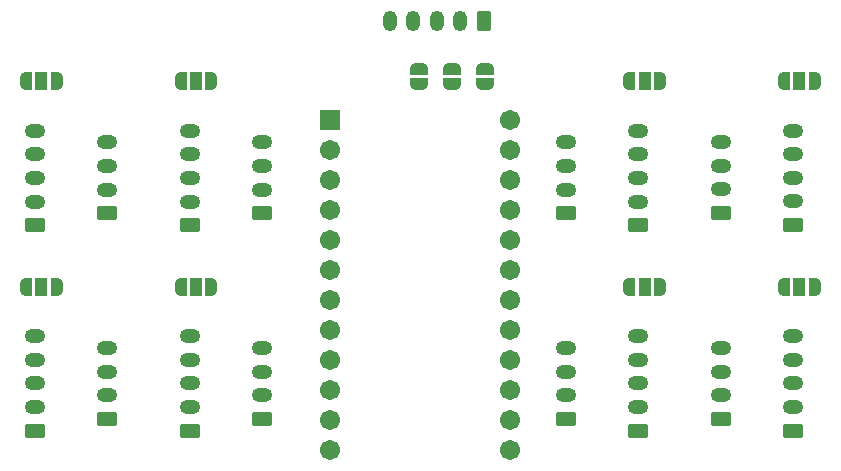
<source format=gbr>
%TF.GenerationSoftware,KiCad,Pcbnew,8.0.5*%
%TF.CreationDate,2025-12-23T13:38:43+05:30*%
%TF.ProjectId,I2C_MUX,4932435f-4d55-4582-9e6b-696361645f70,rev?*%
%TF.SameCoordinates,Original*%
%TF.FileFunction,Soldermask,Top*%
%TF.FilePolarity,Negative*%
%FSLAX46Y46*%
G04 Gerber Fmt 4.6, Leading zero omitted, Abs format (unit mm)*
G04 Created by KiCad (PCBNEW 8.0.5) date 2025-12-23 13:38:43*
%MOMM*%
%LPD*%
G01*
G04 APERTURE LIST*
G04 Aperture macros list*
%AMRoundRect*
0 Rectangle with rounded corners*
0 $1 Rounding radius*
0 $2 $3 $4 $5 $6 $7 $8 $9 X,Y pos of 4 corners*
0 Add a 4 corners polygon primitive as box body*
4,1,4,$2,$3,$4,$5,$6,$7,$8,$9,$2,$3,0*
0 Add four circle primitives for the rounded corners*
1,1,$1+$1,$2,$3*
1,1,$1+$1,$4,$5*
1,1,$1+$1,$6,$7*
1,1,$1+$1,$8,$9*
0 Add four rect primitives between the rounded corners*
20,1,$1+$1,$2,$3,$4,$5,0*
20,1,$1+$1,$4,$5,$6,$7,0*
20,1,$1+$1,$6,$7,$8,$9,0*
20,1,$1+$1,$8,$9,$2,$3,0*%
%AMFreePoly0*
4,1,19,0.550000,-0.750000,0.000000,-0.750000,0.000000,-0.744911,-0.071157,-0.744911,-0.207708,-0.704816,-0.327430,-0.627875,-0.420627,-0.520320,-0.479746,-0.390866,-0.500000,-0.250000,-0.500000,0.250000,-0.479746,0.390866,-0.420627,0.520320,-0.327430,0.627875,-0.207708,0.704816,-0.071157,0.744911,0.000000,0.744911,0.000000,0.750000,0.550000,0.750000,0.550000,-0.750000,0.550000,-0.750000,
$1*%
%AMFreePoly1*
4,1,19,0.000000,0.744911,0.071157,0.744911,0.207708,0.704816,0.327430,0.627875,0.420627,0.520320,0.479746,0.390866,0.500000,0.250000,0.500000,-0.250000,0.479746,-0.390866,0.420627,-0.520320,0.327430,-0.627875,0.207708,-0.704816,0.071157,-0.744911,0.000000,-0.744911,0.000000,-0.750000,-0.550000,-0.750000,-0.550000,0.750000,0.000000,0.750000,0.000000,0.744911,0.000000,0.744911,
$1*%
%AMFreePoly2*
4,1,19,0.500000,-0.750000,0.000000,-0.750000,0.000000,-0.744911,-0.071157,-0.744911,-0.207708,-0.704816,-0.327430,-0.627875,-0.420627,-0.520320,-0.479746,-0.390866,-0.500000,-0.250000,-0.500000,0.250000,-0.479746,0.390866,-0.420627,0.520320,-0.327430,0.627875,-0.207708,0.704816,-0.071157,0.744911,0.000000,0.744911,0.000000,0.750000,0.500000,0.750000,0.500000,-0.750000,0.500000,-0.750000,
$1*%
%AMFreePoly3*
4,1,19,0.000000,0.744911,0.071157,0.744911,0.207708,0.704816,0.327430,0.627875,0.420627,0.520320,0.479746,0.390866,0.500000,0.250000,0.500000,-0.250000,0.479746,-0.390866,0.420627,-0.520320,0.327430,-0.627875,0.207708,-0.704816,0.071157,-0.744911,0.000000,-0.744911,0.000000,-0.750000,-0.500000,-0.750000,-0.500000,0.750000,0.000000,0.750000,0.000000,0.744911,0.000000,0.744911,
$1*%
G04 Aperture macros list end*
%ADD10FreePoly0,0.000000*%
%ADD11R,1.000000X1.500000*%
%ADD12FreePoly1,0.000000*%
%ADD13RoundRect,0.250000X0.350000X0.625000X-0.350000X0.625000X-0.350000X-0.625000X0.350000X-0.625000X0*%
%ADD14O,1.200000X1.750000*%
%ADD15RoundRect,0.250000X0.625000X-0.350000X0.625000X0.350000X-0.625000X0.350000X-0.625000X-0.350000X0*%
%ADD16O,1.750000X1.200000*%
%ADD17FreePoly2,270.000000*%
%ADD18FreePoly3,270.000000*%
%ADD19RoundRect,0.102000X-0.754000X-0.754000X0.754000X-0.754000X0.754000X0.754000X-0.754000X0.754000X0*%
%ADD20C,1.712000*%
G04 APERTURE END LIST*
D10*
%TO.C,DIR2*%
X109880000Y-67449500D03*
D11*
X111180000Y-67449500D03*
D12*
X112480000Y-67449500D03*
%TD*%
D13*
%TO.C,J1*%
X148670000Y-62390000D03*
D14*
X146670000Y-62390000D03*
X144670000Y-62390000D03*
X142670000Y-62390000D03*
X140670000Y-62390000D03*
%TD*%
D15*
%TO.C,EN3*%
X110630000Y-97050000D03*
D16*
X110630000Y-95050000D03*
X110630000Y-93050000D03*
X110630000Y-91050000D03*
X110630000Y-89050000D03*
%TD*%
D15*
%TO.C,IMU2*%
X116730000Y-78650000D03*
D16*
X116730000Y-76650000D03*
X116730000Y-74650000D03*
X116730000Y-72650000D03*
%TD*%
D10*
%TO.C,DIR7*%
X174070000Y-67449500D03*
D11*
X175370000Y-67449500D03*
D12*
X176670000Y-67449500D03*
%TD*%
D15*
%TO.C,IMU5*%
X168720000Y-96050000D03*
D16*
X168720000Y-94050000D03*
X168720000Y-92050000D03*
X168720000Y-90050000D03*
%TD*%
D10*
%TO.C,DIR4*%
X122980000Y-84849500D03*
D11*
X124280000Y-84849500D03*
D12*
X125580000Y-84849500D03*
%TD*%
D10*
%TO.C,DIR8*%
X160970000Y-67449500D03*
D11*
X162270000Y-67449500D03*
D12*
X163570000Y-67449500D03*
%TD*%
D10*
%TO.C,DIR6*%
X160970000Y-84849500D03*
D11*
X162270000Y-84849500D03*
D12*
X163570000Y-84849500D03*
%TD*%
D15*
%TO.C,EN7*%
X174820000Y-79640000D03*
D16*
X174820000Y-77640000D03*
X174820000Y-75640000D03*
X174820000Y-73640000D03*
X174820000Y-71640000D03*
%TD*%
D15*
%TO.C,IMU3*%
X116730000Y-96050000D03*
D16*
X116730000Y-94050000D03*
X116730000Y-92050000D03*
X116730000Y-90050000D03*
%TD*%
D15*
%TO.C,EN8*%
X161720000Y-79650000D03*
D16*
X161720000Y-77650000D03*
X161720000Y-75650000D03*
X161720000Y-73650000D03*
X161720000Y-71650000D03*
%TD*%
D17*
%TO.C,A1*%
X145940000Y-66410000D03*
D18*
X145940000Y-67710000D03*
%TD*%
D15*
%TO.C,EN4*%
X123730000Y-97050000D03*
D16*
X123730000Y-95050000D03*
X123730000Y-93050000D03*
X123730000Y-91050000D03*
X123730000Y-89050000D03*
%TD*%
D15*
%TO.C,IMU7*%
X168720000Y-78630000D03*
D16*
X168720000Y-76630000D03*
X168720000Y-74630000D03*
X168720000Y-72630000D03*
%TD*%
D10*
%TO.C,DIR1*%
X122980000Y-67449500D03*
D11*
X124280000Y-67449500D03*
D12*
X125580000Y-67449500D03*
%TD*%
D15*
%TO.C,IMU6*%
X155620000Y-96050000D03*
D16*
X155620000Y-94050000D03*
X155620000Y-92050000D03*
X155620000Y-90050000D03*
%TD*%
D17*
%TO.C,A0*%
X143140000Y-66410000D03*
D18*
X143140000Y-67710000D03*
%TD*%
D10*
%TO.C,DIR3*%
X109880000Y-84849500D03*
D11*
X111180000Y-84849500D03*
D12*
X112480000Y-84849500D03*
%TD*%
D15*
%TO.C,EN6*%
X161720000Y-97050000D03*
D16*
X161720000Y-95050000D03*
X161720000Y-93050000D03*
X161720000Y-91050000D03*
X161720000Y-89050000D03*
%TD*%
D15*
%TO.C,IMU8*%
X155620000Y-78650000D03*
D16*
X155620000Y-76650000D03*
X155620000Y-74650000D03*
X155620000Y-72650000D03*
%TD*%
D19*
%TO.C,U1*%
X135660000Y-70720000D03*
D20*
X135660000Y-73260000D03*
X135660000Y-75800000D03*
X135660000Y-78340000D03*
X135660000Y-80880000D03*
X135660000Y-83420000D03*
X135660000Y-85960000D03*
X135660000Y-88500000D03*
X135660000Y-91040000D03*
X135660000Y-93580000D03*
X135660000Y-96120000D03*
X135660000Y-98660000D03*
X150900000Y-98660000D03*
X150900000Y-96120000D03*
X150900000Y-93580000D03*
X150900000Y-91040000D03*
X150900000Y-88500000D03*
X150900000Y-85960000D03*
X150900000Y-83420000D03*
X150900000Y-80880000D03*
X150900000Y-78340000D03*
X150900000Y-75800000D03*
X150900000Y-73260000D03*
X150900000Y-70720000D03*
%TD*%
D15*
%TO.C,IMU4*%
X129830000Y-96050000D03*
D16*
X129830000Y-94050000D03*
X129830000Y-92050000D03*
X129830000Y-90050000D03*
%TD*%
D15*
%TO.C,EN1*%
X123730000Y-79650000D03*
D16*
X123730000Y-77650000D03*
X123730000Y-75650000D03*
X123730000Y-73650000D03*
X123730000Y-71650000D03*
%TD*%
D10*
%TO.C,DIR5*%
X174070000Y-84849500D03*
D11*
X175370000Y-84849500D03*
D12*
X176670000Y-84849500D03*
%TD*%
D17*
%TO.C,A2*%
X148740000Y-66410000D03*
D18*
X148740000Y-67710000D03*
%TD*%
D15*
%TO.C,EN2*%
X110630000Y-79650000D03*
D16*
X110630000Y-77650000D03*
X110630000Y-75650000D03*
X110630000Y-73650000D03*
X110630000Y-71650000D03*
%TD*%
D15*
%TO.C,EN5*%
X174820000Y-97050000D03*
D16*
X174820000Y-95050000D03*
X174820000Y-93050000D03*
X174820000Y-91050000D03*
X174820000Y-89050000D03*
%TD*%
D15*
%TO.C,IMU1*%
X129830000Y-78650000D03*
D16*
X129830000Y-76650000D03*
X129830000Y-74650000D03*
X129830000Y-72650000D03*
%TD*%
M02*

</source>
